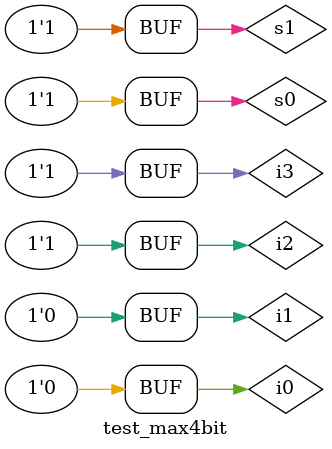
<source format=v>
`timescale 1ns / 1ps


module test_max4bit;

	// Inputs
	reg s1;
	reg s0;
	reg i0;
	reg i1;
	reg i2;
	reg i3;

	// Outputs
	wire out;

	// Instantiate the Unit Under Test (UUT)
	max4bit uut (
		.out(out), 
		.s1(s1), 
		.s0(s0), 
		.i0(i0), 
		.i1(i1), 
		.i2(i2), 
		.i3(i3)
	);

	initial begin
		// Initialize Inputs
		s1 = 0;
		s0 = 0;
		i0 = 1;
		i1 = 0;
		i2 = 0;
		i3 = 0;
		#50;
      s1 = 0;
		s0 = 1;
		i0 = 1;
		i1 = 0;
		i2 = 1;
		i3 = 0;
		#50;
		s1 = 1;
		s0 = 0;
		i0 = 1;
		i1 = 1;
		i2 = 1;
		i3 = 0;
		#50;
		s1 = 1;
		s0 = 1;
		i0 = 0;
		i1 = 0;
		i2 = 1;
		i3 = 1;
		#50;
		
		// Add stimulus here

	end
      
endmodule


</source>
